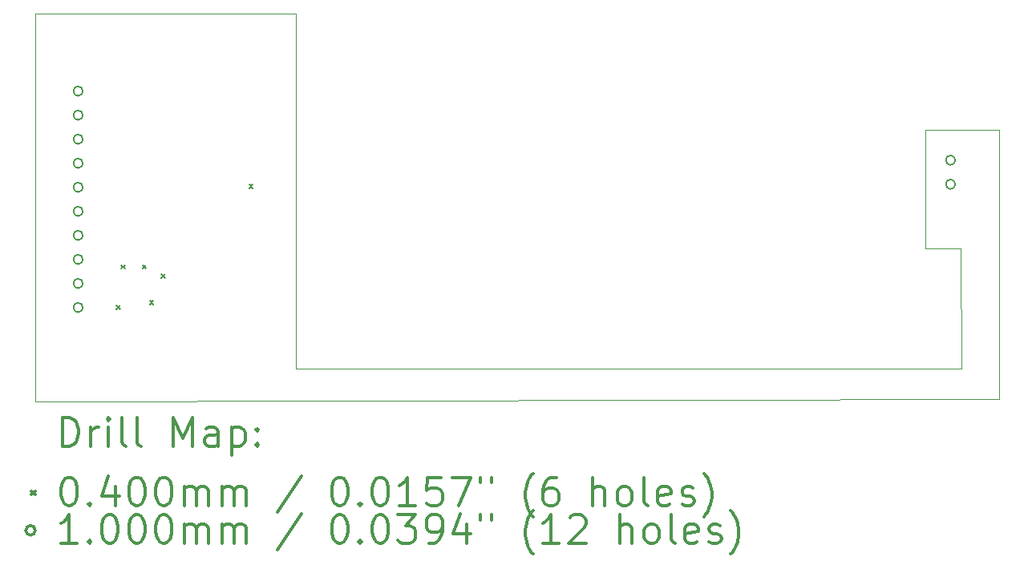
<source format=gbr>
%FSLAX45Y45*%
G04 Gerber Fmt 4.5, Leading zero omitted, Abs format (unit mm)*
G04 Created by KiCad (PCBNEW (5.1.12-1-10_14)) date 2022-08-29 01:00:31*
%MOMM*%
%LPD*%
G01*
G04 APERTURE LIST*
%TA.AperFunction,Profile*%
%ADD10C,0.050000*%
%TD*%
%ADD11C,0.200000*%
%ADD12C,0.300000*%
G04 APERTURE END LIST*
D10*
X8500000Y-4675000D02*
X11250000Y-4675000D01*
X9577500Y-4675000D02*
X9590000Y-4675000D01*
X9210000Y-4675000D02*
X9577500Y-4675000D01*
X9050000Y-4675000D02*
X8875000Y-4675000D01*
X11250000Y-4675000D02*
X9050000Y-4675000D01*
X11250000Y-8425000D02*
X11250000Y-4675000D01*
X18275000Y-8425000D02*
X11250000Y-8425000D01*
X18264000Y-7156650D02*
X18275000Y-8425000D01*
X17896600Y-7156650D02*
X18264000Y-7156650D01*
X17896700Y-5903200D02*
X17896600Y-7156650D01*
X18678300Y-5903200D02*
X17896700Y-5903200D01*
X18675000Y-8750000D02*
X18678300Y-5903200D01*
X8500000Y-8775000D02*
X18675000Y-8750000D01*
X8500000Y-4675000D02*
X8500000Y-8775000D01*
X9365350Y-4676000D02*
X8500000Y-4675000D01*
D11*
X9355000Y-7755000D02*
X9395000Y-7795000D01*
X9395000Y-7755000D02*
X9355000Y-7795000D01*
X9405000Y-7330000D02*
X9445000Y-7370000D01*
X9445000Y-7330000D02*
X9405000Y-7370000D01*
X9630000Y-7330000D02*
X9670000Y-7370000D01*
X9670000Y-7330000D02*
X9630000Y-7370000D01*
X9705000Y-7705000D02*
X9745000Y-7745000D01*
X9745000Y-7705000D02*
X9705000Y-7745000D01*
X9830000Y-7430000D02*
X9870000Y-7470000D01*
X9870000Y-7430000D02*
X9830000Y-7470000D01*
X10755000Y-6480000D02*
X10795000Y-6520000D01*
X10795000Y-6480000D02*
X10755000Y-6520000D01*
X9000000Y-5493000D02*
G75*
G03*
X9000000Y-5493000I-50000J0D01*
G01*
X9000000Y-5747000D02*
G75*
G03*
X9000000Y-5747000I-50000J0D01*
G01*
X9000000Y-6001000D02*
G75*
G03*
X9000000Y-6001000I-50000J0D01*
G01*
X9000000Y-6255000D02*
G75*
G03*
X9000000Y-6255000I-50000J0D01*
G01*
X9000000Y-6509000D02*
G75*
G03*
X9000000Y-6509000I-50000J0D01*
G01*
X9000000Y-6763000D02*
G75*
G03*
X9000000Y-6763000I-50000J0D01*
G01*
X9000000Y-7017000D02*
G75*
G03*
X9000000Y-7017000I-50000J0D01*
G01*
X9000000Y-7271000D02*
G75*
G03*
X9000000Y-7271000I-50000J0D01*
G01*
X9000000Y-7525000D02*
G75*
G03*
X9000000Y-7525000I-50000J0D01*
G01*
X9000000Y-7779000D02*
G75*
G03*
X9000000Y-7779000I-50000J0D01*
G01*
X18211000Y-6223000D02*
G75*
G03*
X18211000Y-6223000I-50000J0D01*
G01*
X18211000Y-6477000D02*
G75*
G03*
X18211000Y-6477000I-50000J0D01*
G01*
D12*
X8783928Y-9243214D02*
X8783928Y-8943214D01*
X8855357Y-8943214D01*
X8898214Y-8957500D01*
X8926786Y-8986072D01*
X8941071Y-9014643D01*
X8955357Y-9071786D01*
X8955357Y-9114643D01*
X8941071Y-9171786D01*
X8926786Y-9200357D01*
X8898214Y-9228929D01*
X8855357Y-9243214D01*
X8783928Y-9243214D01*
X9083928Y-9243214D02*
X9083928Y-9043214D01*
X9083928Y-9100357D02*
X9098214Y-9071786D01*
X9112500Y-9057500D01*
X9141071Y-9043214D01*
X9169643Y-9043214D01*
X9269643Y-9243214D02*
X9269643Y-9043214D01*
X9269643Y-8943214D02*
X9255357Y-8957500D01*
X9269643Y-8971786D01*
X9283928Y-8957500D01*
X9269643Y-8943214D01*
X9269643Y-8971786D01*
X9455357Y-9243214D02*
X9426786Y-9228929D01*
X9412500Y-9200357D01*
X9412500Y-8943214D01*
X9612500Y-9243214D02*
X9583928Y-9228929D01*
X9569643Y-9200357D01*
X9569643Y-8943214D01*
X9955357Y-9243214D02*
X9955357Y-8943214D01*
X10055357Y-9157500D01*
X10155357Y-8943214D01*
X10155357Y-9243214D01*
X10426786Y-9243214D02*
X10426786Y-9086072D01*
X10412500Y-9057500D01*
X10383928Y-9043214D01*
X10326786Y-9043214D01*
X10298214Y-9057500D01*
X10426786Y-9228929D02*
X10398214Y-9243214D01*
X10326786Y-9243214D01*
X10298214Y-9228929D01*
X10283928Y-9200357D01*
X10283928Y-9171786D01*
X10298214Y-9143214D01*
X10326786Y-9128929D01*
X10398214Y-9128929D01*
X10426786Y-9114643D01*
X10569643Y-9043214D02*
X10569643Y-9343214D01*
X10569643Y-9057500D02*
X10598214Y-9043214D01*
X10655357Y-9043214D01*
X10683928Y-9057500D01*
X10698214Y-9071786D01*
X10712500Y-9100357D01*
X10712500Y-9186072D01*
X10698214Y-9214643D01*
X10683928Y-9228929D01*
X10655357Y-9243214D01*
X10598214Y-9243214D01*
X10569643Y-9228929D01*
X10841071Y-9214643D02*
X10855357Y-9228929D01*
X10841071Y-9243214D01*
X10826786Y-9228929D01*
X10841071Y-9214643D01*
X10841071Y-9243214D01*
X10841071Y-9057500D02*
X10855357Y-9071786D01*
X10841071Y-9086072D01*
X10826786Y-9071786D01*
X10841071Y-9057500D01*
X10841071Y-9086072D01*
X8457500Y-9717500D02*
X8497500Y-9757500D01*
X8497500Y-9717500D02*
X8457500Y-9757500D01*
X8841071Y-9573214D02*
X8869643Y-9573214D01*
X8898214Y-9587500D01*
X8912500Y-9601786D01*
X8926786Y-9630357D01*
X8941071Y-9687500D01*
X8941071Y-9758929D01*
X8926786Y-9816072D01*
X8912500Y-9844643D01*
X8898214Y-9858929D01*
X8869643Y-9873214D01*
X8841071Y-9873214D01*
X8812500Y-9858929D01*
X8798214Y-9844643D01*
X8783928Y-9816072D01*
X8769643Y-9758929D01*
X8769643Y-9687500D01*
X8783928Y-9630357D01*
X8798214Y-9601786D01*
X8812500Y-9587500D01*
X8841071Y-9573214D01*
X9069643Y-9844643D02*
X9083928Y-9858929D01*
X9069643Y-9873214D01*
X9055357Y-9858929D01*
X9069643Y-9844643D01*
X9069643Y-9873214D01*
X9341071Y-9673214D02*
X9341071Y-9873214D01*
X9269643Y-9558929D02*
X9198214Y-9773214D01*
X9383928Y-9773214D01*
X9555357Y-9573214D02*
X9583928Y-9573214D01*
X9612500Y-9587500D01*
X9626786Y-9601786D01*
X9641071Y-9630357D01*
X9655357Y-9687500D01*
X9655357Y-9758929D01*
X9641071Y-9816072D01*
X9626786Y-9844643D01*
X9612500Y-9858929D01*
X9583928Y-9873214D01*
X9555357Y-9873214D01*
X9526786Y-9858929D01*
X9512500Y-9844643D01*
X9498214Y-9816072D01*
X9483928Y-9758929D01*
X9483928Y-9687500D01*
X9498214Y-9630357D01*
X9512500Y-9601786D01*
X9526786Y-9587500D01*
X9555357Y-9573214D01*
X9841071Y-9573214D02*
X9869643Y-9573214D01*
X9898214Y-9587500D01*
X9912500Y-9601786D01*
X9926786Y-9630357D01*
X9941071Y-9687500D01*
X9941071Y-9758929D01*
X9926786Y-9816072D01*
X9912500Y-9844643D01*
X9898214Y-9858929D01*
X9869643Y-9873214D01*
X9841071Y-9873214D01*
X9812500Y-9858929D01*
X9798214Y-9844643D01*
X9783928Y-9816072D01*
X9769643Y-9758929D01*
X9769643Y-9687500D01*
X9783928Y-9630357D01*
X9798214Y-9601786D01*
X9812500Y-9587500D01*
X9841071Y-9573214D01*
X10069643Y-9873214D02*
X10069643Y-9673214D01*
X10069643Y-9701786D02*
X10083928Y-9687500D01*
X10112500Y-9673214D01*
X10155357Y-9673214D01*
X10183928Y-9687500D01*
X10198214Y-9716072D01*
X10198214Y-9873214D01*
X10198214Y-9716072D02*
X10212500Y-9687500D01*
X10241071Y-9673214D01*
X10283928Y-9673214D01*
X10312500Y-9687500D01*
X10326786Y-9716072D01*
X10326786Y-9873214D01*
X10469643Y-9873214D02*
X10469643Y-9673214D01*
X10469643Y-9701786D02*
X10483928Y-9687500D01*
X10512500Y-9673214D01*
X10555357Y-9673214D01*
X10583928Y-9687500D01*
X10598214Y-9716072D01*
X10598214Y-9873214D01*
X10598214Y-9716072D02*
X10612500Y-9687500D01*
X10641071Y-9673214D01*
X10683928Y-9673214D01*
X10712500Y-9687500D01*
X10726786Y-9716072D01*
X10726786Y-9873214D01*
X11312500Y-9558929D02*
X11055357Y-9944643D01*
X11698214Y-9573214D02*
X11726786Y-9573214D01*
X11755357Y-9587500D01*
X11769643Y-9601786D01*
X11783928Y-9630357D01*
X11798214Y-9687500D01*
X11798214Y-9758929D01*
X11783928Y-9816072D01*
X11769643Y-9844643D01*
X11755357Y-9858929D01*
X11726786Y-9873214D01*
X11698214Y-9873214D01*
X11669643Y-9858929D01*
X11655357Y-9844643D01*
X11641071Y-9816072D01*
X11626786Y-9758929D01*
X11626786Y-9687500D01*
X11641071Y-9630357D01*
X11655357Y-9601786D01*
X11669643Y-9587500D01*
X11698214Y-9573214D01*
X11926786Y-9844643D02*
X11941071Y-9858929D01*
X11926786Y-9873214D01*
X11912500Y-9858929D01*
X11926786Y-9844643D01*
X11926786Y-9873214D01*
X12126786Y-9573214D02*
X12155357Y-9573214D01*
X12183928Y-9587500D01*
X12198214Y-9601786D01*
X12212500Y-9630357D01*
X12226786Y-9687500D01*
X12226786Y-9758929D01*
X12212500Y-9816072D01*
X12198214Y-9844643D01*
X12183928Y-9858929D01*
X12155357Y-9873214D01*
X12126786Y-9873214D01*
X12098214Y-9858929D01*
X12083928Y-9844643D01*
X12069643Y-9816072D01*
X12055357Y-9758929D01*
X12055357Y-9687500D01*
X12069643Y-9630357D01*
X12083928Y-9601786D01*
X12098214Y-9587500D01*
X12126786Y-9573214D01*
X12512500Y-9873214D02*
X12341071Y-9873214D01*
X12426786Y-9873214D02*
X12426786Y-9573214D01*
X12398214Y-9616072D01*
X12369643Y-9644643D01*
X12341071Y-9658929D01*
X12783928Y-9573214D02*
X12641071Y-9573214D01*
X12626786Y-9716072D01*
X12641071Y-9701786D01*
X12669643Y-9687500D01*
X12741071Y-9687500D01*
X12769643Y-9701786D01*
X12783928Y-9716072D01*
X12798214Y-9744643D01*
X12798214Y-9816072D01*
X12783928Y-9844643D01*
X12769643Y-9858929D01*
X12741071Y-9873214D01*
X12669643Y-9873214D01*
X12641071Y-9858929D01*
X12626786Y-9844643D01*
X12898214Y-9573214D02*
X13098214Y-9573214D01*
X12969643Y-9873214D01*
X13198214Y-9573214D02*
X13198214Y-9630357D01*
X13312500Y-9573214D02*
X13312500Y-9630357D01*
X13755357Y-9987500D02*
X13741071Y-9973214D01*
X13712500Y-9930357D01*
X13698214Y-9901786D01*
X13683928Y-9858929D01*
X13669643Y-9787500D01*
X13669643Y-9730357D01*
X13683928Y-9658929D01*
X13698214Y-9616072D01*
X13712500Y-9587500D01*
X13741071Y-9544643D01*
X13755357Y-9530357D01*
X13998214Y-9573214D02*
X13941071Y-9573214D01*
X13912500Y-9587500D01*
X13898214Y-9601786D01*
X13869643Y-9644643D01*
X13855357Y-9701786D01*
X13855357Y-9816072D01*
X13869643Y-9844643D01*
X13883928Y-9858929D01*
X13912500Y-9873214D01*
X13969643Y-9873214D01*
X13998214Y-9858929D01*
X14012500Y-9844643D01*
X14026786Y-9816072D01*
X14026786Y-9744643D01*
X14012500Y-9716072D01*
X13998214Y-9701786D01*
X13969643Y-9687500D01*
X13912500Y-9687500D01*
X13883928Y-9701786D01*
X13869643Y-9716072D01*
X13855357Y-9744643D01*
X14383928Y-9873214D02*
X14383928Y-9573214D01*
X14512500Y-9873214D02*
X14512500Y-9716072D01*
X14498214Y-9687500D01*
X14469643Y-9673214D01*
X14426786Y-9673214D01*
X14398214Y-9687500D01*
X14383928Y-9701786D01*
X14698214Y-9873214D02*
X14669643Y-9858929D01*
X14655357Y-9844643D01*
X14641071Y-9816072D01*
X14641071Y-9730357D01*
X14655357Y-9701786D01*
X14669643Y-9687500D01*
X14698214Y-9673214D01*
X14741071Y-9673214D01*
X14769643Y-9687500D01*
X14783928Y-9701786D01*
X14798214Y-9730357D01*
X14798214Y-9816072D01*
X14783928Y-9844643D01*
X14769643Y-9858929D01*
X14741071Y-9873214D01*
X14698214Y-9873214D01*
X14969643Y-9873214D02*
X14941071Y-9858929D01*
X14926786Y-9830357D01*
X14926786Y-9573214D01*
X15198214Y-9858929D02*
X15169643Y-9873214D01*
X15112500Y-9873214D01*
X15083928Y-9858929D01*
X15069643Y-9830357D01*
X15069643Y-9716072D01*
X15083928Y-9687500D01*
X15112500Y-9673214D01*
X15169643Y-9673214D01*
X15198214Y-9687500D01*
X15212500Y-9716072D01*
X15212500Y-9744643D01*
X15069643Y-9773214D01*
X15326786Y-9858929D02*
X15355357Y-9873214D01*
X15412500Y-9873214D01*
X15441071Y-9858929D01*
X15455357Y-9830357D01*
X15455357Y-9816072D01*
X15441071Y-9787500D01*
X15412500Y-9773214D01*
X15369643Y-9773214D01*
X15341071Y-9758929D01*
X15326786Y-9730357D01*
X15326786Y-9716072D01*
X15341071Y-9687500D01*
X15369643Y-9673214D01*
X15412500Y-9673214D01*
X15441071Y-9687500D01*
X15555357Y-9987500D02*
X15569643Y-9973214D01*
X15598214Y-9930357D01*
X15612500Y-9901786D01*
X15626786Y-9858929D01*
X15641071Y-9787500D01*
X15641071Y-9730357D01*
X15626786Y-9658929D01*
X15612500Y-9616072D01*
X15598214Y-9587500D01*
X15569643Y-9544643D01*
X15555357Y-9530357D01*
X8497500Y-10133500D02*
G75*
G03*
X8497500Y-10133500I-50000J0D01*
G01*
X8941071Y-10269214D02*
X8769643Y-10269214D01*
X8855357Y-10269214D02*
X8855357Y-9969214D01*
X8826786Y-10012072D01*
X8798214Y-10040643D01*
X8769643Y-10054929D01*
X9069643Y-10240643D02*
X9083928Y-10254929D01*
X9069643Y-10269214D01*
X9055357Y-10254929D01*
X9069643Y-10240643D01*
X9069643Y-10269214D01*
X9269643Y-9969214D02*
X9298214Y-9969214D01*
X9326786Y-9983500D01*
X9341071Y-9997786D01*
X9355357Y-10026357D01*
X9369643Y-10083500D01*
X9369643Y-10154929D01*
X9355357Y-10212072D01*
X9341071Y-10240643D01*
X9326786Y-10254929D01*
X9298214Y-10269214D01*
X9269643Y-10269214D01*
X9241071Y-10254929D01*
X9226786Y-10240643D01*
X9212500Y-10212072D01*
X9198214Y-10154929D01*
X9198214Y-10083500D01*
X9212500Y-10026357D01*
X9226786Y-9997786D01*
X9241071Y-9983500D01*
X9269643Y-9969214D01*
X9555357Y-9969214D02*
X9583928Y-9969214D01*
X9612500Y-9983500D01*
X9626786Y-9997786D01*
X9641071Y-10026357D01*
X9655357Y-10083500D01*
X9655357Y-10154929D01*
X9641071Y-10212072D01*
X9626786Y-10240643D01*
X9612500Y-10254929D01*
X9583928Y-10269214D01*
X9555357Y-10269214D01*
X9526786Y-10254929D01*
X9512500Y-10240643D01*
X9498214Y-10212072D01*
X9483928Y-10154929D01*
X9483928Y-10083500D01*
X9498214Y-10026357D01*
X9512500Y-9997786D01*
X9526786Y-9983500D01*
X9555357Y-9969214D01*
X9841071Y-9969214D02*
X9869643Y-9969214D01*
X9898214Y-9983500D01*
X9912500Y-9997786D01*
X9926786Y-10026357D01*
X9941071Y-10083500D01*
X9941071Y-10154929D01*
X9926786Y-10212072D01*
X9912500Y-10240643D01*
X9898214Y-10254929D01*
X9869643Y-10269214D01*
X9841071Y-10269214D01*
X9812500Y-10254929D01*
X9798214Y-10240643D01*
X9783928Y-10212072D01*
X9769643Y-10154929D01*
X9769643Y-10083500D01*
X9783928Y-10026357D01*
X9798214Y-9997786D01*
X9812500Y-9983500D01*
X9841071Y-9969214D01*
X10069643Y-10269214D02*
X10069643Y-10069214D01*
X10069643Y-10097786D02*
X10083928Y-10083500D01*
X10112500Y-10069214D01*
X10155357Y-10069214D01*
X10183928Y-10083500D01*
X10198214Y-10112072D01*
X10198214Y-10269214D01*
X10198214Y-10112072D02*
X10212500Y-10083500D01*
X10241071Y-10069214D01*
X10283928Y-10069214D01*
X10312500Y-10083500D01*
X10326786Y-10112072D01*
X10326786Y-10269214D01*
X10469643Y-10269214D02*
X10469643Y-10069214D01*
X10469643Y-10097786D02*
X10483928Y-10083500D01*
X10512500Y-10069214D01*
X10555357Y-10069214D01*
X10583928Y-10083500D01*
X10598214Y-10112072D01*
X10598214Y-10269214D01*
X10598214Y-10112072D02*
X10612500Y-10083500D01*
X10641071Y-10069214D01*
X10683928Y-10069214D01*
X10712500Y-10083500D01*
X10726786Y-10112072D01*
X10726786Y-10269214D01*
X11312500Y-9954929D02*
X11055357Y-10340643D01*
X11698214Y-9969214D02*
X11726786Y-9969214D01*
X11755357Y-9983500D01*
X11769643Y-9997786D01*
X11783928Y-10026357D01*
X11798214Y-10083500D01*
X11798214Y-10154929D01*
X11783928Y-10212072D01*
X11769643Y-10240643D01*
X11755357Y-10254929D01*
X11726786Y-10269214D01*
X11698214Y-10269214D01*
X11669643Y-10254929D01*
X11655357Y-10240643D01*
X11641071Y-10212072D01*
X11626786Y-10154929D01*
X11626786Y-10083500D01*
X11641071Y-10026357D01*
X11655357Y-9997786D01*
X11669643Y-9983500D01*
X11698214Y-9969214D01*
X11926786Y-10240643D02*
X11941071Y-10254929D01*
X11926786Y-10269214D01*
X11912500Y-10254929D01*
X11926786Y-10240643D01*
X11926786Y-10269214D01*
X12126786Y-9969214D02*
X12155357Y-9969214D01*
X12183928Y-9983500D01*
X12198214Y-9997786D01*
X12212500Y-10026357D01*
X12226786Y-10083500D01*
X12226786Y-10154929D01*
X12212500Y-10212072D01*
X12198214Y-10240643D01*
X12183928Y-10254929D01*
X12155357Y-10269214D01*
X12126786Y-10269214D01*
X12098214Y-10254929D01*
X12083928Y-10240643D01*
X12069643Y-10212072D01*
X12055357Y-10154929D01*
X12055357Y-10083500D01*
X12069643Y-10026357D01*
X12083928Y-9997786D01*
X12098214Y-9983500D01*
X12126786Y-9969214D01*
X12326786Y-9969214D02*
X12512500Y-9969214D01*
X12412500Y-10083500D01*
X12455357Y-10083500D01*
X12483928Y-10097786D01*
X12498214Y-10112072D01*
X12512500Y-10140643D01*
X12512500Y-10212072D01*
X12498214Y-10240643D01*
X12483928Y-10254929D01*
X12455357Y-10269214D01*
X12369643Y-10269214D01*
X12341071Y-10254929D01*
X12326786Y-10240643D01*
X12655357Y-10269214D02*
X12712500Y-10269214D01*
X12741071Y-10254929D01*
X12755357Y-10240643D01*
X12783928Y-10197786D01*
X12798214Y-10140643D01*
X12798214Y-10026357D01*
X12783928Y-9997786D01*
X12769643Y-9983500D01*
X12741071Y-9969214D01*
X12683928Y-9969214D01*
X12655357Y-9983500D01*
X12641071Y-9997786D01*
X12626786Y-10026357D01*
X12626786Y-10097786D01*
X12641071Y-10126357D01*
X12655357Y-10140643D01*
X12683928Y-10154929D01*
X12741071Y-10154929D01*
X12769643Y-10140643D01*
X12783928Y-10126357D01*
X12798214Y-10097786D01*
X13055357Y-10069214D02*
X13055357Y-10269214D01*
X12983928Y-9954929D02*
X12912500Y-10169214D01*
X13098214Y-10169214D01*
X13198214Y-9969214D02*
X13198214Y-10026357D01*
X13312500Y-9969214D02*
X13312500Y-10026357D01*
X13755357Y-10383500D02*
X13741071Y-10369214D01*
X13712500Y-10326357D01*
X13698214Y-10297786D01*
X13683928Y-10254929D01*
X13669643Y-10183500D01*
X13669643Y-10126357D01*
X13683928Y-10054929D01*
X13698214Y-10012072D01*
X13712500Y-9983500D01*
X13741071Y-9940643D01*
X13755357Y-9926357D01*
X14026786Y-10269214D02*
X13855357Y-10269214D01*
X13941071Y-10269214D02*
X13941071Y-9969214D01*
X13912500Y-10012072D01*
X13883928Y-10040643D01*
X13855357Y-10054929D01*
X14141071Y-9997786D02*
X14155357Y-9983500D01*
X14183928Y-9969214D01*
X14255357Y-9969214D01*
X14283928Y-9983500D01*
X14298214Y-9997786D01*
X14312500Y-10026357D01*
X14312500Y-10054929D01*
X14298214Y-10097786D01*
X14126786Y-10269214D01*
X14312500Y-10269214D01*
X14669643Y-10269214D02*
X14669643Y-9969214D01*
X14798214Y-10269214D02*
X14798214Y-10112072D01*
X14783928Y-10083500D01*
X14755357Y-10069214D01*
X14712500Y-10069214D01*
X14683928Y-10083500D01*
X14669643Y-10097786D01*
X14983928Y-10269214D02*
X14955357Y-10254929D01*
X14941071Y-10240643D01*
X14926786Y-10212072D01*
X14926786Y-10126357D01*
X14941071Y-10097786D01*
X14955357Y-10083500D01*
X14983928Y-10069214D01*
X15026786Y-10069214D01*
X15055357Y-10083500D01*
X15069643Y-10097786D01*
X15083928Y-10126357D01*
X15083928Y-10212072D01*
X15069643Y-10240643D01*
X15055357Y-10254929D01*
X15026786Y-10269214D01*
X14983928Y-10269214D01*
X15255357Y-10269214D02*
X15226786Y-10254929D01*
X15212500Y-10226357D01*
X15212500Y-9969214D01*
X15483928Y-10254929D02*
X15455357Y-10269214D01*
X15398214Y-10269214D01*
X15369643Y-10254929D01*
X15355357Y-10226357D01*
X15355357Y-10112072D01*
X15369643Y-10083500D01*
X15398214Y-10069214D01*
X15455357Y-10069214D01*
X15483928Y-10083500D01*
X15498214Y-10112072D01*
X15498214Y-10140643D01*
X15355357Y-10169214D01*
X15612500Y-10254929D02*
X15641071Y-10269214D01*
X15698214Y-10269214D01*
X15726786Y-10254929D01*
X15741071Y-10226357D01*
X15741071Y-10212072D01*
X15726786Y-10183500D01*
X15698214Y-10169214D01*
X15655357Y-10169214D01*
X15626786Y-10154929D01*
X15612500Y-10126357D01*
X15612500Y-10112072D01*
X15626786Y-10083500D01*
X15655357Y-10069214D01*
X15698214Y-10069214D01*
X15726786Y-10083500D01*
X15841071Y-10383500D02*
X15855357Y-10369214D01*
X15883928Y-10326357D01*
X15898214Y-10297786D01*
X15912500Y-10254929D01*
X15926786Y-10183500D01*
X15926786Y-10126357D01*
X15912500Y-10054929D01*
X15898214Y-10012072D01*
X15883928Y-9983500D01*
X15855357Y-9940643D01*
X15841071Y-9926357D01*
M02*

</source>
